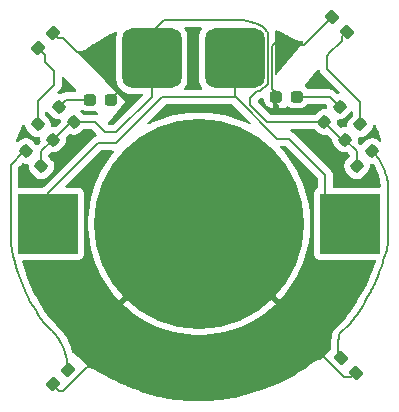
<source format=gbr>
%TF.GenerationSoftware,KiCad,Pcbnew,9.0.6*%
%TF.CreationDate,2025-12-04T01:13:43+01:00*%
%TF.ProjectId,knit_yarn_badge_v2,6b6e6974-5f79-4617-926e-5f6261646765,rev?*%
%TF.SameCoordinates,Original*%
%TF.FileFunction,Copper,L2,Bot*%
%TF.FilePolarity,Positive*%
%FSLAX46Y46*%
G04 Gerber Fmt 4.6, Leading zero omitted, Abs format (unit mm)*
G04 Created by KiCad (PCBNEW 9.0.6) date 2025-12-04 01:13:43*
%MOMM*%
%LPD*%
G01*
G04 APERTURE LIST*
G04 Aperture macros list*
%AMRoundRect*
0 Rectangle with rounded corners*
0 $1 Rounding radius*
0 $2 $3 $4 $5 $6 $7 $8 $9 X,Y pos of 4 corners*
0 Add a 4 corners polygon primitive as box body*
4,1,4,$2,$3,$4,$5,$6,$7,$8,$9,$2,$3,0*
0 Add four circle primitives for the rounded corners*
1,1,$1+$1,$2,$3*
1,1,$1+$1,$4,$5*
1,1,$1+$1,$6,$7*
1,1,$1+$1,$8,$9*
0 Add four rect primitives between the rounded corners*
20,1,$1+$1,$2,$3,$4,$5,0*
20,1,$1+$1,$4,$5,$6,$7,0*
20,1,$1+$1,$6,$7,$8,$9,0*
20,1,$1+$1,$8,$9,$2,$3,0*%
G04 Aperture macros list end*
%TA.AperFunction,SMDPad,CuDef*%
%ADD10RoundRect,0.750000X1.750000X1.750000X-1.750000X1.750000X-1.750000X-1.750000X1.750000X-1.750000X0*%
%TD*%
%TA.AperFunction,SMDPad,CuDef*%
%ADD11RoundRect,0.237500X0.344715X-0.008839X-0.008839X0.344715X-0.344715X0.008839X0.008839X-0.344715X0*%
%TD*%
%TA.AperFunction,SMDPad,CuDef*%
%ADD12RoundRect,0.237500X-0.287500X-0.237500X0.287500X-0.237500X0.287500X0.237500X-0.287500X0.237500X0*%
%TD*%
%TA.AperFunction,SMDPad,CuDef*%
%ADD13RoundRect,0.237500X0.035355X0.371231X-0.371231X-0.035355X-0.035355X-0.371231X0.371231X0.035355X0*%
%TD*%
%TA.AperFunction,SMDPad,CuDef*%
%ADD14RoundRect,0.237500X-0.008839X-0.344715X0.344715X0.008839X0.008839X0.344715X-0.344715X-0.008839X0*%
%TD*%
%TA.AperFunction,SMDPad,CuDef*%
%ADD15RoundRect,0.237500X0.371231X-0.035355X-0.035355X0.371231X-0.371231X0.035355X0.035355X-0.371231X0*%
%TD*%
%TA.AperFunction,SMDPad,CuDef*%
%ADD16RoundRect,0.237500X-0.371231X0.035355X0.035355X-0.371231X0.371231X-0.035355X-0.035355X0.371231X0*%
%TD*%
%TA.AperFunction,SMDPad,CuDef*%
%ADD17RoundRect,0.237500X-0.035355X-0.371231X0.371231X0.035355X0.035355X0.371231X-0.371231X-0.035355X0*%
%TD*%
%TA.AperFunction,SMDPad,CuDef*%
%ADD18RoundRect,0.237500X0.287500X0.237500X-0.287500X0.237500X-0.287500X-0.237500X0.287500X-0.237500X0*%
%TD*%
%TA.AperFunction,SMDPad,CuDef*%
%ADD19R,5.100000X5.100000*%
%TD*%
%TA.AperFunction,SMDPad,CuDef*%
%ADD20C,17.800000*%
%TD*%
%TA.AperFunction,ViaPad*%
%ADD21C,0.600000*%
%TD*%
%TA.AperFunction,Conductor*%
%ADD22C,0.200000*%
%TD*%
G04 APERTURE END LIST*
D10*
%TO.P,SW1,1,A*%
%TO.N,Net-(BT1-+)*%
X103000000Y-77000000D03*
%TO.P,SW1,2,B*%
%TO.N,+3V0*%
X96000000Y-77000000D03*
%TD*%
D11*
%TO.P,R4,1*%
%TO.N,+3V0*%
X87645235Y-83895235D03*
%TO.P,R4,2*%
%TO.N,Net-(D4-A)*%
X86354765Y-82604765D03*
%TD*%
D12*
%TO.P,D5,1,K*%
%TO.N,GND*%
X106500000Y-80250000D03*
%TO.P,D5,2,A*%
%TO.N,Net-(D5-A)*%
X108250000Y-80250000D03*
%TD*%
D11*
%TO.P,R6,1*%
%TO.N,+3V0*%
X89395235Y-82395235D03*
%TO.P,R6,2*%
%TO.N,Net-(D6-A)*%
X88104765Y-81104765D03*
%TD*%
D13*
%TO.P,D4,1,K*%
%TO.N,GND*%
X87618718Y-74881282D03*
%TO.P,D4,2,A*%
%TO.N,Net-(D4-A)*%
X86381282Y-76118718D03*
%TD*%
D14*
%TO.P,R3,1*%
%TO.N,+3V0*%
X112354765Y-83895235D03*
%TO.P,R3,2*%
%TO.N,Net-(D3-A)*%
X113645235Y-82604765D03*
%TD*%
D15*
%TO.P,D1,1,K*%
%TO.N,GND*%
X113243718Y-103618718D03*
%TO.P,D1,2,A*%
%TO.N,Net-(D1-A)*%
X112006282Y-102381282D03*
%TD*%
D11*
%TO.P,R2,1*%
%TO.N,+3V0*%
X86645235Y-86145235D03*
%TO.P,R2,2*%
%TO.N,Net-(D2-A)*%
X85354765Y-84854765D03*
%TD*%
D14*
%TO.P,R5,1*%
%TO.N,+3V0*%
X110604765Y-82395235D03*
%TO.P,R5,2*%
%TO.N,Net-(D5-A)*%
X111895235Y-81104765D03*
%TD*%
D16*
%TO.P,D3,1,K*%
%TO.N,GND*%
X111262564Y-73512564D03*
%TO.P,D3,2,A*%
%TO.N,Net-(D3-A)*%
X112500000Y-74750000D03*
%TD*%
D17*
%TO.P,D2,1,K*%
%TO.N,GND*%
X87631282Y-104618718D03*
%TO.P,D2,2,A*%
%TO.N,Net-(D2-A)*%
X88868718Y-103381282D03*
%TD*%
D18*
%TO.P,D6,1,K*%
%TO.N,GND*%
X92500000Y-80500000D03*
%TO.P,D6,2,A*%
%TO.N,Net-(D6-A)*%
X90750000Y-80500000D03*
%TD*%
D19*
%TO.P,BT1,1,+*%
%TO.N,Net-(BT1-+)*%
X87200000Y-91000000D03*
X112800000Y-91000000D03*
D20*
%TO.P,BT1,2,-*%
%TO.N,GND*%
X100000000Y-91000000D03*
%TD*%
D14*
%TO.P,R1,1*%
%TO.N,+3V0*%
X113354765Y-86145235D03*
%TO.P,R1,2*%
%TO.N,Net-(D1-A)*%
X114645235Y-84854765D03*
%TD*%
D21*
%TO.N,GND*%
X91700000Y-103300000D03*
X108000000Y-75900000D03*
X91220576Y-76077907D03*
X92200000Y-75500000D03*
X106900000Y-75300000D03*
X109500000Y-102500000D03*
%TD*%
D22*
%TO.N,+3V0*%
X104350000Y-80350000D02*
X104899000Y-79801000D01*
X104960002Y-74127515D02*
X104670034Y-74036559D01*
X105315828Y-74250000D02*
X105236340Y-74250000D01*
X96000000Y-80250000D02*
X96000000Y-77000000D01*
X104034560Y-73863657D02*
X103688471Y-73784005D01*
X86645235Y-84895235D02*
X87645235Y-83895235D01*
X93000000Y-83250000D02*
X96000000Y-80250000D01*
X110604765Y-82395235D02*
X112104765Y-83895235D01*
X103520039Y-73750000D02*
X97000000Y-73750000D01*
X89395235Y-82395235D02*
X91145235Y-82395235D01*
X105700000Y-74713660D02*
X105700000Y-74634172D01*
X105192821Y-74206481D02*
X105170788Y-74199000D01*
X104670034Y-74036559D02*
X104361131Y-73948066D01*
X105801000Y-74814660D02*
X105700000Y-74713660D01*
X104350000Y-80982900D02*
X104350000Y-80350000D01*
X96000000Y-78750000D02*
X96000000Y-77000000D01*
X105700000Y-74634172D02*
X105315828Y-74250000D01*
X105031487Y-74199000D02*
X104960002Y-74127515D01*
X97000000Y-73750000D02*
X96000000Y-74750000D01*
X91145235Y-82395235D02*
X92000000Y-83250000D01*
X96000000Y-74750000D02*
X96000000Y-77000000D01*
X105762335Y-82395235D02*
X104350000Y-80982900D01*
X112104765Y-83895235D02*
X112354765Y-83895235D01*
X105801000Y-79185340D02*
X105801000Y-74814660D01*
X105170788Y-74199000D02*
X105031487Y-74199000D01*
X105185340Y-79801000D02*
X105801000Y-79185340D01*
X104899000Y-79801000D02*
X105185340Y-79801000D01*
X92000000Y-83250000D02*
X93000000Y-83250000D01*
X113354765Y-86145235D02*
X113354765Y-84895235D01*
X110604765Y-82395235D02*
X105762335Y-82395235D01*
X103688471Y-73784005D02*
X103520039Y-73750000D01*
X87645235Y-83895235D02*
X89145235Y-82395235D01*
X105236340Y-74250000D02*
X105192821Y-74206481D01*
X104361131Y-73948066D02*
X104034560Y-73863657D01*
X113354765Y-84895235D02*
X112354765Y-83895235D01*
X89145235Y-82395235D02*
X89395235Y-82395235D01*
X86645235Y-86145235D02*
X86645235Y-84895235D01*
%TO.N,GND*%
X106200000Y-79600000D02*
X106202000Y-79598000D01*
X109500000Y-102500000D02*
X109600000Y-102500000D01*
X112870452Y-103991984D02*
X113243718Y-103618718D01*
X91700000Y-103300000D02*
X91400000Y-103300000D01*
X109600000Y-102500000D02*
X109800000Y-102300000D01*
X108875128Y-75900000D02*
X108000000Y-75900000D01*
X88499476Y-105161839D02*
X88174403Y-105161839D01*
X106202000Y-75998000D02*
X106900000Y-75300000D01*
X112305796Y-103991984D02*
X112870452Y-103991984D01*
X111262564Y-73512564D02*
X108875128Y-75900000D01*
X88174403Y-105161839D02*
X87631282Y-104618718D01*
X91400000Y-103300000D02*
X91283541Y-103183541D01*
X88037436Y-75300000D02*
X87618718Y-74881282D01*
X106500000Y-79900000D02*
X106200000Y-79600000D01*
X92200000Y-79000000D02*
X93100000Y-79900000D01*
X88488205Y-75300000D02*
X88037436Y-75300000D01*
X110613812Y-102300000D02*
X112305796Y-103991984D01*
X92200000Y-75500000D02*
X92200000Y-79000000D01*
X89661032Y-76472827D02*
X88488205Y-75300000D01*
X106202000Y-79598000D02*
X106202000Y-75998000D01*
X91220576Y-76077907D02*
X90825656Y-76472827D01*
X109800000Y-102300000D02*
X110613812Y-102300000D01*
X90477774Y-103183541D02*
X88499476Y-105161839D01*
X106500000Y-80250000D02*
X106500000Y-79900000D01*
X93100000Y-79900000D02*
X92500000Y-80500000D01*
X90825656Y-76472827D02*
X89661032Y-76472827D01*
X91283541Y-103183541D02*
X90477774Y-103183541D01*
%TO.N,Net-(D1-A)*%
X114166589Y-97414858D02*
X114007360Y-97679793D01*
X114813820Y-96234438D02*
X114764360Y-96338694D01*
X111800626Y-102057532D02*
X111833504Y-102136916D01*
X114861812Y-96128785D02*
X114813820Y-96234438D01*
X115975828Y-87648253D02*
X115991620Y-87838808D01*
X114645235Y-84854765D02*
X114712488Y-84922717D01*
X115808564Y-93468046D02*
X115746202Y-93687656D01*
X115298699Y-85675879D02*
X115396577Y-85840137D01*
X113344646Y-98713669D02*
X113179655Y-98950866D01*
X113844285Y-97945631D02*
X113678768Y-98208581D01*
X115717876Y-86533310D02*
X115779962Y-86714158D01*
X111870962Y-100416247D02*
X111830872Y-100659060D01*
X112873379Y-99375005D02*
X112868670Y-99381330D01*
X113021182Y-99172686D02*
X112873379Y-99375005D01*
X114712095Y-96444273D02*
X114655840Y-96553581D01*
X115083011Y-85360191D02*
X115194118Y-85515806D01*
X112868670Y-99381330D02*
X111870962Y-100379038D01*
X115541227Y-94337927D02*
X115395872Y-94756480D01*
X114712488Y-84922717D02*
X114841990Y-85063393D01*
X115779962Y-86714158D02*
X115834522Y-86897417D01*
X114655840Y-96553581D02*
X114595522Y-96666974D01*
X111775686Y-101975308D02*
X111800626Y-102057532D01*
X115746202Y-93687656D02*
X115680525Y-93906293D01*
X111833504Y-102136916D02*
X111874005Y-102212695D01*
X111830872Y-100659060D02*
X111798749Y-100903055D01*
X116000000Y-88125457D02*
X116000000Y-92678229D01*
X114531351Y-96784321D02*
X114464361Y-96904012D01*
X114965568Y-85209301D02*
X115083011Y-85360191D01*
X115395872Y-94756480D02*
X115254053Y-95143558D01*
X115254053Y-95143558D02*
X115123354Y-95486914D01*
X111750508Y-101805525D02*
X111758927Y-101891035D01*
X114841990Y-85063393D02*
X114965568Y-85209301D01*
X113511909Y-98465388D02*
X113344646Y-98713669D01*
X115881462Y-87082774D02*
X115920702Y-87269912D01*
X113678768Y-98208581D02*
X113511909Y-98465388D01*
X111758927Y-101891035D02*
X111775686Y-101975308D01*
X115991620Y-87838808D02*
X115999523Y-88029853D01*
X111758528Y-101393544D02*
X111750475Y-101639513D01*
X111750475Y-101639513D02*
X111750000Y-101762563D01*
X115487582Y-86008299D02*
X115571561Y-86180079D01*
X114909730Y-96018793D02*
X114861812Y-96128785D01*
X115194118Y-85515806D02*
X115298699Y-85675879D01*
X115920702Y-87269912D02*
X115952176Y-87458513D01*
X115571561Y-86180079D02*
X115648369Y-86355182D01*
X114007360Y-97679793D02*
X113844285Y-97945631D01*
X115680525Y-93906293D02*
X115611758Y-94124006D01*
X115985540Y-92746958D02*
X115982258Y-92750240D01*
X115922466Y-93026093D02*
X115867393Y-93247497D01*
X115648369Y-86355182D02*
X115717876Y-86533310D01*
X116000000Y-92678229D02*
X115985540Y-92746958D01*
X115009580Y-95776827D02*
X114958691Y-95902078D01*
X111921740Y-102284139D02*
X111976247Y-102350560D01*
X115867393Y-93247497D02*
X115808564Y-93468046D01*
X111750000Y-101762563D02*
X111750508Y-101805525D01*
X114464361Y-96904012D02*
X114319825Y-97155286D01*
X115123354Y-95486914D02*
X115009580Y-95776827D01*
X115952176Y-87458513D02*
X115975828Y-87648253D01*
X111798749Y-100903055D02*
X111774625Y-101147971D01*
X115982258Y-92750240D02*
X115982258Y-92762558D01*
X114764360Y-96338694D02*
X114712095Y-96444273D01*
X115396577Y-85840137D02*
X115487582Y-86008299D01*
X111874005Y-102212695D02*
X111921740Y-102284139D01*
X113179655Y-98950866D02*
X113021182Y-99172686D01*
X115973550Y-92803947D02*
X115922466Y-93026093D01*
X114595522Y-96666974D02*
X114531351Y-96784321D01*
X115834522Y-86897417D02*
X115881462Y-87082774D01*
X111976247Y-102350560D02*
X112006282Y-102381282D01*
X111870962Y-100379038D02*
X111870962Y-100416247D01*
X115999523Y-88029853D02*
X116000000Y-88125457D01*
X115611758Y-94124006D02*
X115541227Y-94337927D01*
X111774625Y-101147971D02*
X111758528Y-101393544D01*
X115982258Y-92762558D02*
X115973550Y-92803947D01*
X114958691Y-95902078D02*
X114909730Y-96018793D01*
X114319825Y-97155286D02*
X114166589Y-97414858D01*
%TO.N,Net-(D2-A)*%
X85515024Y-97227939D02*
X85716539Y-97608209D01*
X85253841Y-84862852D02*
X85210493Y-84876928D01*
X86878764Y-99378764D02*
X87500000Y-100000000D01*
X84047124Y-86009695D02*
X84047123Y-92710681D01*
X84157403Y-93255525D02*
X84268897Y-93741957D01*
X85169880Y-84897611D02*
X85133003Y-84924393D01*
X88868718Y-103304378D02*
X88868718Y-103381282D01*
X86157062Y-98347326D02*
X86273660Y-98525916D01*
X85324757Y-96837947D02*
X85515024Y-97227939D01*
X85321645Y-84855286D02*
X85298857Y-84855729D01*
X86393444Y-98703592D02*
X86641882Y-99057066D01*
X84815975Y-95595830D02*
X84975764Y-96023301D01*
X85716539Y-97608209D02*
X85929914Y-97980186D01*
X86273660Y-98525916D02*
X86393444Y-98703592D01*
X86641882Y-99057066D02*
X86878764Y-99378764D01*
X85145178Y-96436854D02*
X85324757Y-96837947D01*
X84523589Y-94694562D02*
X84665366Y-95153169D01*
X84391205Y-94222950D02*
X84523589Y-94694562D01*
X85133003Y-84924393D02*
X85116601Y-84940218D01*
X85354765Y-84854765D02*
X85321645Y-84855286D01*
X84268897Y-93741957D02*
X84391205Y-94222950D01*
X84047123Y-92710681D02*
X84057394Y-92767468D01*
X84057394Y-92767468D02*
X84157403Y-93255525D01*
X84665366Y-95153169D02*
X84815975Y-95595830D01*
X85298857Y-84855729D02*
X85253841Y-84862852D01*
X84975764Y-96023301D02*
X85145178Y-96436854D01*
X85929914Y-97980186D02*
X86157062Y-98347326D01*
X85210493Y-84876928D02*
X85169880Y-84897611D01*
X85116601Y-84940218D02*
X84047124Y-86009695D01*
X87500000Y-100000000D02*
G75*
G02*
X88868727Y-103304378I-3304400J-3304400D01*
G01*
%TO.N,Net-(D3-A)*%
X110800000Y-77900000D02*
X110800000Y-76849701D01*
X112100000Y-75150000D02*
X112500000Y-74750000D01*
X113645235Y-82604765D02*
X113750000Y-82500000D01*
X110948883Y-76666171D02*
X112100000Y-75515054D01*
X113645235Y-82604765D02*
X113645235Y-80745235D01*
X112100000Y-75515054D02*
X112100000Y-75150000D01*
X110800000Y-76849701D02*
X110948883Y-76700818D01*
X113645235Y-80745235D02*
X110800000Y-77900000D01*
X110948883Y-76700818D02*
X110948883Y-76666171D01*
%TO.N,Net-(D4-A)*%
X87750000Y-79250000D02*
X86354765Y-80645235D01*
X86992358Y-76729794D02*
X86992358Y-77334443D01*
X86354765Y-80645235D02*
X86354765Y-82604765D01*
X86992358Y-77334443D02*
X87750000Y-78092085D01*
X87750000Y-78092085D02*
X87750000Y-79250000D01*
X86381282Y-76118718D02*
X86992358Y-76729794D01*
%TO.N,Net-(BT1-+)*%
X103100000Y-80300000D02*
X103000000Y-80200000D01*
X91400000Y-84200000D02*
X93000000Y-84200000D01*
X110700000Y-86900000D02*
X107600000Y-83800000D01*
X103000000Y-80200000D02*
X103000000Y-77000000D01*
X93000000Y-84200000D02*
X96900000Y-80300000D01*
X96900000Y-80300000D02*
X103100000Y-80300000D01*
X112800000Y-91000000D02*
X110700000Y-88900000D01*
X110700000Y-88900000D02*
X110700000Y-86900000D01*
X87200000Y-91000000D02*
X87200000Y-88400000D01*
X107600000Y-83800000D02*
X106600000Y-83800000D01*
X106600000Y-83800000D02*
X103100000Y-80300000D01*
X87200000Y-88400000D02*
X91400000Y-84200000D01*
%TO.N,Net-(D5-A)*%
X111895235Y-81104765D02*
X111040470Y-80250000D01*
X111040470Y-80250000D02*
X108250000Y-80250000D01*
%TO.N,Net-(D6-A)*%
X88104765Y-81104765D02*
X88709530Y-80500000D01*
X88709530Y-80500000D02*
X90750000Y-80500000D01*
%TD*%
%TA.AperFunction,Conductor*%
%TO.N,GND*%
G36*
X107366942Y-84420185D02*
G01*
X107387584Y-84436819D01*
X110063181Y-87112416D01*
X110096666Y-87173739D01*
X110099500Y-87200097D01*
X110099500Y-87885858D01*
X110079815Y-87952897D01*
X110027011Y-87998652D01*
X110018847Y-88002034D01*
X110007669Y-88006204D01*
X110007664Y-88006206D01*
X109892455Y-88092452D01*
X109892452Y-88092455D01*
X109806206Y-88207664D01*
X109806202Y-88207671D01*
X109755908Y-88342517D01*
X109753335Y-88366454D01*
X109749501Y-88402123D01*
X109749500Y-88402135D01*
X109749500Y-93597870D01*
X109749501Y-93597876D01*
X109755908Y-93657483D01*
X109806202Y-93792328D01*
X109806206Y-93792335D01*
X109892452Y-93907544D01*
X109892455Y-93907547D01*
X110007664Y-93993793D01*
X110007671Y-93993797D01*
X110142517Y-94044091D01*
X110142516Y-94044091D01*
X110149444Y-94044835D01*
X110202127Y-94050500D01*
X114831036Y-94050499D01*
X114898075Y-94070184D01*
X114943830Y-94122988D01*
X114953774Y-94192146D01*
X114948173Y-94215179D01*
X114830623Y-94553666D01*
X114829917Y-94555645D01*
X114691777Y-94932680D01*
X114691234Y-94934134D01*
X114563410Y-95269939D01*
X114562962Y-95271099D01*
X114452145Y-95553476D01*
X114451635Y-95554754D01*
X114403893Y-95672257D01*
X114403360Y-95673548D01*
X114357894Y-95781932D01*
X114357227Y-95783490D01*
X114313545Y-95883758D01*
X114312764Y-95885515D01*
X114269558Y-95980634D01*
X114268691Y-95982501D01*
X114224416Y-96075828D01*
X114223513Y-96077692D01*
X114176422Y-96172818D01*
X114175548Y-96174548D01*
X114124121Y-96274474D01*
X114123341Y-96275964D01*
X114067342Y-96381239D01*
X114066662Y-96382500D01*
X114006205Y-96493056D01*
X114005615Y-96494123D01*
X113942448Y-96606984D01*
X113941729Y-96608251D01*
X113801336Y-96852322D01*
X113800631Y-96853532D01*
X113650947Y-97107086D01*
X113650467Y-97107891D01*
X113634377Y-97134665D01*
X113494349Y-97367652D01*
X113493764Y-97368614D01*
X113334585Y-97628100D01*
X113333829Y-97629317D01*
X113173325Y-97884303D01*
X113172363Y-97885807D01*
X113011645Y-98133161D01*
X113010506Y-98134882D01*
X112849659Y-98373641D01*
X112848614Y-98375168D01*
X112689286Y-98604222D01*
X112688388Y-98605496D01*
X112534804Y-98820475D01*
X112534034Y-98821540D01*
X112417179Y-98981496D01*
X112404733Y-98996030D01*
X111502248Y-99898516D01*
X111390443Y-100010320D01*
X111390439Y-100010325D01*
X111343642Y-100091382D01*
X111343642Y-100091383D01*
X111311385Y-100147252D01*
X111311385Y-100147253D01*
X111270461Y-100299981D01*
X111270461Y-100299983D01*
X111270461Y-100356843D01*
X111268804Y-100377044D01*
X111251967Y-100479014D01*
X111247588Y-100494355D01*
X111247932Y-100494448D01*
X111245830Y-100502293D01*
X111237056Y-100568923D01*
X111236461Y-100572930D01*
X111225514Y-100639240D01*
X111225248Y-100647365D01*
X111224892Y-100647353D01*
X111224630Y-100663307D01*
X111214264Y-100742042D01*
X111210389Y-100757518D01*
X111210736Y-100757599D01*
X111208890Y-100765515D01*
X111202300Y-100832398D01*
X111202301Y-100832399D01*
X111202101Y-100834428D01*
X111193067Y-100903054D01*
X111194368Y-100912938D01*
X111192970Y-100927137D01*
X111192970Y-100927138D01*
X111185186Y-101006166D01*
X111181817Y-101021765D01*
X111182167Y-101021835D01*
X111180581Y-101029807D01*
X111176187Y-101096836D01*
X111175856Y-101100876D01*
X111169267Y-101167781D01*
X111169533Y-101175907D01*
X111169177Y-101175918D01*
X111169959Y-101191860D01*
X111164764Y-101271103D01*
X111161908Y-101286802D01*
X111162260Y-101286861D01*
X111160937Y-101294874D01*
X111158737Y-101362035D01*
X111158538Y-101366083D01*
X111154143Y-101433154D01*
X111154674Y-101441260D01*
X111154317Y-101441283D01*
X111155622Y-101457191D01*
X111153069Y-101535153D01*
X111150837Y-101550016D01*
X111151376Y-101550089D01*
X111150284Y-101558142D01*
X111150019Y-101626729D01*
X111149954Y-101630303D01*
X111149346Y-101648890D01*
X111127480Y-101715250D01*
X111107793Y-101737515D01*
X110221065Y-102525719D01*
X110157882Y-102555545D01*
X110143664Y-102556940D01*
X110132246Y-102557398D01*
X110119348Y-102558653D01*
X110119317Y-102558339D01*
X110110272Y-102559224D01*
X110110328Y-102559792D01*
X110100919Y-102560719D01*
X110094753Y-102561887D01*
X110088198Y-102562845D01*
X110083301Y-102563035D01*
X110080078Y-102564033D01*
X110070827Y-102565386D01*
X110066994Y-102565969D01*
X110065367Y-102566440D01*
X110044207Y-102570607D01*
X110041209Y-102570930D01*
X110038030Y-102571701D01*
X110034808Y-102572747D01*
X110034391Y-102572775D01*
X110027565Y-102575099D01*
X110026674Y-102575389D01*
X110026100Y-102575405D01*
X110009507Y-102579636D01*
X110001645Y-102580995D01*
X110001639Y-102580996D01*
X110001638Y-102580997D01*
X110001636Y-102580997D01*
X109998800Y-102581881D01*
X109984753Y-102587053D01*
X109977039Y-102589211D01*
X109975964Y-102589367D01*
X109974994Y-102589783D01*
X109967050Y-102592006D01*
X109966588Y-102592000D01*
X109960680Y-102594224D01*
X109955551Y-102596572D01*
X109950317Y-102598587D01*
X109949482Y-102598736D01*
X109947381Y-102599718D01*
X109943329Y-102601279D01*
X109941982Y-102601389D01*
X109933248Y-102604673D01*
X109930967Y-102605333D01*
X109929267Y-102606076D01*
X109926142Y-102607801D01*
X109922276Y-102609740D01*
X109906676Y-102616274D01*
X109899694Y-102618652D01*
X109896261Y-102620350D01*
X109887153Y-102625554D01*
X109882737Y-102627678D01*
X109870711Y-102632337D01*
X109866207Y-102635628D01*
X109855958Y-102640559D01*
X109855092Y-102640701D01*
X109847275Y-102644636D01*
X109843774Y-102646140D01*
X109836792Y-102650293D01*
X109836494Y-102649792D01*
X109824460Y-102657206D01*
X109818372Y-102660053D01*
X109811518Y-102664431D01*
X109811382Y-102664219D01*
X109807222Y-102667159D01*
X109803653Y-102669258D01*
X109794315Y-102673944D01*
X109791636Y-102676325D01*
X109787705Y-102678637D01*
X109787268Y-102678779D01*
X109785295Y-102680054D01*
X109781917Y-102682042D01*
X109781355Y-102682183D01*
X109777318Y-102684617D01*
X109771209Y-102687868D01*
X109767381Y-102690601D01*
X109755881Y-102697891D01*
X109748786Y-102701859D01*
X109746487Y-102703574D01*
X109739688Y-102708299D01*
X109737287Y-102709851D01*
X109726799Y-102715969D01*
X109724967Y-102717816D01*
X109717174Y-102722855D01*
X109716679Y-102723001D01*
X109714003Y-102724838D01*
X109704755Y-102730428D01*
X109698690Y-102734940D01*
X109697011Y-102736100D01*
X109692124Y-102739308D01*
X109683198Y-102744871D01*
X109681532Y-102746242D01*
X109670154Y-102754559D01*
X109651132Y-102766868D01*
X109647300Y-102769129D01*
X109646574Y-102769650D01*
X109641708Y-102772967D01*
X109639769Y-102774221D01*
X109634961Y-102777981D01*
X109618683Y-102789661D01*
X109615586Y-102791813D01*
X109594062Y-102806286D01*
X109583123Y-102814844D01*
X109545208Y-102841060D01*
X109543395Y-102842702D01*
X109532467Y-102851522D01*
X109431635Y-102923871D01*
X109424182Y-102929218D01*
X109422945Y-102929693D01*
X109370792Y-102967525D01*
X109370504Y-102967733D01*
X109370474Y-102967755D01*
X109314356Y-103008022D01*
X109309922Y-103011684D01*
X109095534Y-103167211D01*
X109094895Y-103167672D01*
X108946534Y-103273867D01*
X108945657Y-103274489D01*
X108792560Y-103382080D01*
X108791380Y-103382899D01*
X108709937Y-103438681D01*
X108636776Y-103488790D01*
X108635133Y-103489895D01*
X108481711Y-103591415D01*
X108479636Y-103592759D01*
X108328489Y-103688497D01*
X108326294Y-103689856D01*
X108175900Y-103780786D01*
X108173724Y-103782071D01*
X108022384Y-103869411D01*
X108020322Y-103870574D01*
X107910300Y-103931246D01*
X107866658Y-103955312D01*
X107864684Y-103956377D01*
X107707291Y-104039494D01*
X107705493Y-104040425D01*
X107543111Y-104122813D01*
X107541526Y-104123603D01*
X107372645Y-104206277D01*
X107371295Y-104206928D01*
X107195104Y-104290556D01*
X107193949Y-104291097D01*
X107009793Y-104376197D01*
X107008632Y-104376726D01*
X106816850Y-104462967D01*
X106815642Y-104463503D01*
X106615854Y-104550795D01*
X106614602Y-104551333D01*
X106406512Y-104639543D01*
X106405228Y-104640079D01*
X106188249Y-104729198D01*
X106186939Y-104729727D01*
X105960891Y-104819574D01*
X105959564Y-104820093D01*
X105723944Y-104910624D01*
X105722602Y-104911131D01*
X105476924Y-105002278D01*
X105475573Y-105002770D01*
X105220167Y-105094171D01*
X105218792Y-105094654D01*
X104954904Y-105185608D01*
X104953478Y-105186090D01*
X104683294Y-105275558D01*
X104681790Y-105276045D01*
X104406892Y-105363201D01*
X104405387Y-105363667D01*
X104128015Y-105447479D01*
X104126304Y-105447983D01*
X103848328Y-105527548D01*
X103846413Y-105528079D01*
X103569997Y-105602426D01*
X103567868Y-105602979D01*
X103294745Y-105671269D01*
X103292365Y-105671839D01*
X103023893Y-105733363D01*
X103021306Y-105733927D01*
X102755798Y-105788833D01*
X102753059Y-105789367D01*
X102488447Y-105837905D01*
X102485613Y-105838391D01*
X102219629Y-105880831D01*
X102216761Y-105881254D01*
X101947182Y-105917828D01*
X101944341Y-105918180D01*
X101669064Y-105949072D01*
X101666309Y-105949350D01*
X101382883Y-105974764D01*
X101380264Y-105974971D01*
X101086827Y-105995025D01*
X101084387Y-105995168D01*
X100779543Y-106009974D01*
X100777288Y-106010063D01*
X100462860Y-106019602D01*
X100460736Y-106019648D01*
X100139631Y-106023885D01*
X100137585Y-106023895D01*
X99812619Y-106022821D01*
X99810604Y-106022798D01*
X99484378Y-106016418D01*
X99482350Y-106016362D01*
X99157716Y-106004697D01*
X99155630Y-106004604D01*
X98835375Y-105987692D01*
X98833183Y-105987557D01*
X98519986Y-105965449D01*
X98517635Y-105965261D01*
X98213541Y-105937974D01*
X98211023Y-105937722D01*
X97915374Y-105905100D01*
X97912719Y-105904778D01*
X97623814Y-105866576D01*
X97621051Y-105866179D01*
X97337476Y-105822166D01*
X97334649Y-105821694D01*
X97054694Y-105771592D01*
X97051845Y-105771047D01*
X96773986Y-105714581D01*
X96771157Y-105713972D01*
X96493773Y-105650830D01*
X96491013Y-105650168D01*
X96212431Y-105580008D01*
X96209821Y-105579320D01*
X96030842Y-105530030D01*
X95928815Y-105501932D01*
X95926368Y-105501231D01*
X95643487Y-105417042D01*
X95641217Y-105416343D01*
X95357613Y-105325989D01*
X95355490Y-105325291D01*
X95072555Y-105229500D01*
X95070551Y-105228803D01*
X94789345Y-105128202D01*
X94787437Y-105127502D01*
X94509296Y-105022826D01*
X94507463Y-105022119D01*
X94271019Y-104928833D01*
X94233657Y-104914092D01*
X94231895Y-104913381D01*
X94226441Y-104911131D01*
X94023134Y-104827256D01*
X93963464Y-104802639D01*
X93961739Y-104801912D01*
X93699689Y-104689144D01*
X93698097Y-104688446D01*
X93443689Y-104574714D01*
X93442234Y-104574052D01*
X93197054Y-104460631D01*
X93195761Y-104460024D01*
X92962784Y-104348848D01*
X92960983Y-104347971D01*
X92559077Y-104148133D01*
X92529368Y-104133361D01*
X92527189Y-104132250D01*
X92158447Y-103939699D01*
X92156886Y-103938870D01*
X92029464Y-103870003D01*
X92001600Y-103854943D01*
X92000611Y-103854403D01*
X91979420Y-103842689D01*
X91862969Y-103778315D01*
X91861466Y-103777470D01*
X91631405Y-103646012D01*
X91629438Y-103644864D01*
X91457189Y-103542199D01*
X91455755Y-103541331D01*
X91340963Y-103470791D01*
X91329325Y-103462688D01*
X91327684Y-103461400D01*
X91327679Y-103461397D01*
X91327678Y-103461396D01*
X91292211Y-103440394D01*
X91281327Y-103432103D01*
X91280916Y-103432661D01*
X91274375Y-103427830D01*
X91261804Y-103420877D01*
X91250308Y-103412667D01*
X91249974Y-103413151D01*
X91243289Y-103408535D01*
X91243287Y-103408534D01*
X91243286Y-103408533D01*
X91228851Y-103401137D01*
X91215096Y-103392079D01*
X91215055Y-103392145D01*
X91208175Y-103387828D01*
X91203492Y-103385684D01*
X91193250Y-103380995D01*
X91181700Y-103374953D01*
X91176965Y-103372149D01*
X91167578Y-103365952D01*
X91167302Y-103365801D01*
X91158043Y-103362205D01*
X91150158Y-103358824D01*
X91146484Y-103357096D01*
X91141009Y-103354068D01*
X91138972Y-103353562D01*
X91131502Y-103350048D01*
X91130133Y-103348835D01*
X91118849Y-103343172D01*
X91118809Y-103343147D01*
X91118800Y-103343143D01*
X91118654Y-103343099D01*
X91118003Y-103342900D01*
X91110873Y-103340696D01*
X91109471Y-103339978D01*
X91106441Y-103339326D01*
X91101213Y-103337711D01*
X91098966Y-103336221D01*
X91086212Y-103331987D01*
X91069694Y-103324425D01*
X91069117Y-103324195D01*
X91069103Y-103324238D01*
X91061420Y-103321598D01*
X91055184Y-103320334D01*
X91034944Y-103314400D01*
X91030374Y-103312625D01*
X91030359Y-103312622D01*
X91029349Y-103312512D01*
X91011299Y-103309176D01*
X91005633Y-103307687D01*
X90995274Y-103303892D01*
X90989061Y-103303334D01*
X90980633Y-103301121D01*
X90979510Y-103300936D01*
X90966050Y-103300499D01*
X90945445Y-103298093D01*
X90939199Y-103296827D01*
X90935526Y-103296024D01*
X90922938Y-103293072D01*
X90921536Y-103292954D01*
X90919376Y-103292738D01*
X90916848Y-103292690D01*
X90914053Y-103292498D01*
X90848520Y-103268266D01*
X90806492Y-103212450D01*
X90804723Y-103203978D01*
X90799999Y-103200000D01*
X90800000Y-103200000D01*
X90063318Y-102579636D01*
X89319597Y-101953344D01*
X89280997Y-101895104D01*
X89278901Y-101887461D01*
X89275142Y-101871804D01*
X89147084Y-101477687D01*
X88988499Y-101094831D01*
X88800364Y-100725598D01*
X88800361Y-100725592D01*
X88800354Y-100725581D01*
X88583846Y-100372273D01*
X88583842Y-100372268D01*
X88583840Y-100372264D01*
X88340262Y-100037007D01*
X88340257Y-100037000D01*
X88071129Y-99721894D01*
X87983204Y-99633970D01*
X87983204Y-99633969D01*
X87924617Y-99575382D01*
X87924618Y-99575382D01*
X87888332Y-99539097D01*
X87342058Y-98992823D01*
X87329888Y-98978667D01*
X87130163Y-98707429D01*
X87128565Y-98705207D01*
X87015363Y-98544145D01*
X86888768Y-98364027D01*
X86887450Y-98362113D01*
X86812879Y-98251502D01*
X86774566Y-98194672D01*
X86773553Y-98193145D01*
X86664702Y-98026422D01*
X86663083Y-98023874D01*
X86599945Y-97921824D01*
X86539161Y-97823579D01*
X93529972Y-97823579D01*
X93570793Y-97864400D01*
X94033514Y-98270196D01*
X94521774Y-98644851D01*
X95033486Y-98986766D01*
X95033511Y-98986782D01*
X95566496Y-99294501D01*
X96118472Y-99566705D01*
X96687067Y-99802225D01*
X96687078Y-99802229D01*
X97269852Y-100000055D01*
X97269860Y-100000057D01*
X97864345Y-100159349D01*
X97864363Y-100159353D01*
X98467952Y-100279414D01*
X98467963Y-100279416D01*
X99078139Y-100359747D01*
X99692287Y-100400000D01*
X100307713Y-100400000D01*
X100921860Y-100359747D01*
X101532036Y-100279416D01*
X101532047Y-100279414D01*
X102135636Y-100159353D01*
X102135654Y-100159349D01*
X102730139Y-100000057D01*
X102730147Y-100000055D01*
X103312921Y-99802229D01*
X103312932Y-99802225D01*
X103881527Y-99566705D01*
X104433503Y-99294501D01*
X104966488Y-98986782D01*
X104966513Y-98986766D01*
X105478225Y-98644851D01*
X105966485Y-98270196D01*
X106429207Y-97864400D01*
X106470027Y-97823579D01*
X100000000Y-91353553D01*
X93529972Y-97823579D01*
X86539161Y-97823579D01*
X86446906Y-97674467D01*
X86444797Y-97670928D01*
X86443310Y-97668335D01*
X86243441Y-97319905D01*
X86241462Y-97316316D01*
X86051285Y-96957441D01*
X86049419Y-96953773D01*
X86043015Y-96940647D01*
X85869678Y-96585355D01*
X85867948Y-96581655D01*
X85779057Y-96383116D01*
X85698009Y-96202093D01*
X85696448Y-96198451D01*
X85686656Y-96174548D01*
X85535715Y-95806087D01*
X85534314Y-95802507D01*
X85382235Y-95395664D01*
X85380994Y-95392188D01*
X85339586Y-95270485D01*
X85237140Y-94969382D01*
X85236066Y-94966073D01*
X85100107Y-94526285D01*
X85099189Y-94523173D01*
X85010721Y-94208011D01*
X85011555Y-94138147D01*
X85050029Y-94079824D01*
X85113926Y-94051559D01*
X85130107Y-94050499D01*
X89797871Y-94050499D01*
X89797872Y-94050499D01*
X89857483Y-94044091D01*
X89992331Y-93993796D01*
X90107546Y-93907546D01*
X90193796Y-93792331D01*
X90244091Y-93657483D01*
X90250500Y-93597873D01*
X90250499Y-88402128D01*
X90244091Y-88342517D01*
X90206084Y-88240616D01*
X90193797Y-88207671D01*
X90193793Y-88207664D01*
X90107547Y-88092455D01*
X90107544Y-88092452D01*
X89992335Y-88006206D01*
X89992328Y-88006202D01*
X89857482Y-87955908D01*
X89857483Y-87955908D01*
X89797883Y-87949501D01*
X89797881Y-87949500D01*
X89797873Y-87949500D01*
X89797865Y-87949500D01*
X88799096Y-87949500D01*
X88732057Y-87929815D01*
X88686302Y-87877011D01*
X88676358Y-87807853D01*
X88705383Y-87744297D01*
X88711415Y-87737819D01*
X90104390Y-86344845D01*
X91612416Y-84836819D01*
X91673739Y-84803334D01*
X91700097Y-84800500D01*
X92660478Y-84800500D01*
X92727517Y-84820185D01*
X92773272Y-84872989D01*
X92783216Y-84942147D01*
X92754191Y-85005703D01*
X92753706Y-85006259D01*
X92729803Y-85033514D01*
X92355148Y-85521774D01*
X92013233Y-86033486D01*
X92013217Y-86033511D01*
X91705498Y-86566496D01*
X91433294Y-87118472D01*
X91197774Y-87687067D01*
X91197770Y-87687078D01*
X90999944Y-88269852D01*
X90999942Y-88269860D01*
X90840650Y-88864345D01*
X90840646Y-88864363D01*
X90720585Y-89467952D01*
X90720583Y-89467963D01*
X90640252Y-90078139D01*
X90600000Y-90692287D01*
X90600000Y-91307712D01*
X90640252Y-91921860D01*
X90720583Y-92532036D01*
X90720585Y-92532047D01*
X90840646Y-93135636D01*
X90840650Y-93135654D01*
X90999942Y-93730139D01*
X90999944Y-93730147D01*
X91197770Y-94312921D01*
X91197774Y-94312932D01*
X91433294Y-94881527D01*
X91705498Y-95433503D01*
X92013217Y-95966488D01*
X92013233Y-95966513D01*
X92355148Y-96478225D01*
X92729803Y-96966485D01*
X93135606Y-97429214D01*
X93176419Y-97470027D01*
X99735542Y-90910904D01*
X99796865Y-90877419D01*
X99866557Y-90882403D01*
X99910904Y-90910904D01*
X99999999Y-90999999D01*
X100089094Y-90910904D01*
X100150417Y-90877419D01*
X100220109Y-90882403D01*
X100264457Y-90910904D01*
X106823579Y-97470027D01*
X106823580Y-97470027D01*
X106864400Y-97429207D01*
X107270196Y-96966485D01*
X107644851Y-96478225D01*
X107986766Y-95966513D01*
X107986782Y-95966488D01*
X108294501Y-95433503D01*
X108566705Y-94881527D01*
X108802225Y-94312932D01*
X108802229Y-94312921D01*
X109000055Y-93730147D01*
X109000057Y-93730139D01*
X109159349Y-93135654D01*
X109159353Y-93135636D01*
X109279414Y-92532047D01*
X109279416Y-92532036D01*
X109359747Y-91921860D01*
X109400000Y-91307712D01*
X109400000Y-90692287D01*
X109359747Y-90078139D01*
X109279416Y-89467963D01*
X109279414Y-89467952D01*
X109159353Y-88864363D01*
X109159349Y-88864345D01*
X109000057Y-88269860D01*
X109000055Y-88269852D01*
X108802229Y-87687078D01*
X108802225Y-87687067D01*
X108566705Y-87118472D01*
X108294501Y-86566496D01*
X107986782Y-86033511D01*
X107986766Y-86033486D01*
X107644851Y-85521774D01*
X107270196Y-85033514D01*
X106895503Y-84606259D01*
X106866100Y-84542877D01*
X106875632Y-84473661D01*
X106921072Y-84420585D01*
X106987993Y-84400502D01*
X106988731Y-84400500D01*
X107299903Y-84400500D01*
X107366942Y-84420185D01*
G37*
%TD.AperFunction*%
%TA.AperFunction,Conductor*%
G36*
X93011580Y-74760822D02*
G01*
X93050276Y-74818997D01*
X93052107Y-74886102D01*
X93009904Y-75053588D01*
X92999500Y-75185777D01*
X92999500Y-78814208D01*
X92999501Y-78814223D01*
X93009904Y-78946413D01*
X93009905Y-78946420D01*
X93064902Y-79164678D01*
X93064903Y-79164681D01*
X93157991Y-79369622D01*
X93157997Y-79369632D01*
X93286174Y-79554645D01*
X93286178Y-79554650D01*
X93286181Y-79554654D01*
X93445346Y-79713819D01*
X93445350Y-79713822D01*
X93445354Y-79713825D01*
X93558836Y-79792445D01*
X93630374Y-79842007D01*
X93835317Y-79935096D01*
X93835321Y-79935097D01*
X94053579Y-79990094D01*
X94053581Y-79990094D01*
X94053588Y-79990096D01*
X94185783Y-80000500D01*
X95100902Y-80000499D01*
X95167941Y-80020183D01*
X95213696Y-80072987D01*
X95223640Y-80142146D01*
X95194615Y-80205702D01*
X95188583Y-80212180D01*
X92787584Y-82613181D01*
X92726261Y-82646666D01*
X92699903Y-82649500D01*
X92391461Y-82649500D01*
X92324422Y-82629815D01*
X92278667Y-82577011D01*
X92268723Y-82507853D01*
X92297313Y-82444802D01*
X92673337Y-82006107D01*
X93750000Y-80750000D01*
X93749999Y-80749998D01*
X90454288Y-77271193D01*
X89788768Y-76568700D01*
X89776227Y-76544181D01*
X89760746Y-76521399D01*
X89760543Y-76513516D01*
X89756953Y-76506496D01*
X89759659Y-76479086D01*
X89758952Y-76451552D01*
X89763043Y-76444811D01*
X89763818Y-76436964D01*
X89780914Y-76415367D01*
X89795205Y-76391824D01*
X89802290Y-76388365D01*
X89807186Y-76382182D01*
X89833246Y-76373256D01*
X89857995Y-76361177D01*
X89868727Y-76361104D01*
X89873286Y-76359543D01*
X89893277Y-76360271D01*
X89901655Y-76361256D01*
X89903340Y-76361752D01*
X89906509Y-76361827D01*
X89912255Y-76362504D01*
X89913878Y-76363195D01*
X89916088Y-76363448D01*
X89920801Y-76363793D01*
X89920802Y-76363794D01*
X89920802Y-76363793D01*
X89926241Y-76364193D01*
X89931539Y-76364233D01*
X89941224Y-76364940D01*
X89944341Y-76365668D01*
X89949066Y-76365513D01*
X89955599Y-76365991D01*
X89957036Y-76366529D01*
X89960745Y-76366734D01*
X89963094Y-76366762D01*
X89963098Y-76366763D01*
X89963101Y-76366762D01*
X89968997Y-76366834D01*
X89971635Y-76366682D01*
X89982279Y-76366722D01*
X89984876Y-76367182D01*
X89989817Y-76366751D01*
X89995444Y-76366773D01*
X89996926Y-76367214D01*
X90005236Y-76367198D01*
X90005489Y-76367219D01*
X90005494Y-76367217D01*
X90011196Y-76366945D01*
X90013111Y-76366714D01*
X90022233Y-76366155D01*
X90024608Y-76366451D01*
X90030280Y-76365662D01*
X90035045Y-76365371D01*
X90036470Y-76365696D01*
X90045612Y-76365175D01*
X90047721Y-76365226D01*
X90047726Y-76365224D01*
X90053242Y-76364634D01*
X90053837Y-76364524D01*
X90061666Y-76363523D01*
X90063553Y-76363666D01*
X90069877Y-76362473D01*
X90073514Y-76362009D01*
X90074809Y-76362216D01*
X90085194Y-76361074D01*
X90089304Y-76360941D01*
X90089307Y-76360940D01*
X90089308Y-76360940D01*
X90096294Y-76359788D01*
X90100803Y-76359189D01*
X90101567Y-76359008D01*
X90101571Y-76359009D01*
X90106141Y-76357931D01*
X90123842Y-76355090D01*
X90130059Y-76354550D01*
X90130072Y-76354545D01*
X90132163Y-76354083D01*
X90137751Y-76352669D01*
X90138650Y-76352659D01*
X90146525Y-76350449D01*
X90148061Y-76350061D01*
X90148784Y-76350088D01*
X90161420Y-76347451D01*
X90169715Y-76346300D01*
X90169721Y-76346297D01*
X90170809Y-76345998D01*
X90171738Y-76345785D01*
X90173482Y-76345222D01*
X90173482Y-76345221D01*
X90174883Y-76344768D01*
X90174888Y-76344768D01*
X90182924Y-76342171D01*
X90198075Y-76338311D01*
X90208343Y-76336377D01*
X90208345Y-76336375D01*
X90208349Y-76336375D01*
X90210957Y-76335519D01*
X90215667Y-76333535D01*
X90219932Y-76331985D01*
X90233830Y-76327836D01*
X90245870Y-76325000D01*
X90245874Y-76324997D01*
X90245877Y-76324997D01*
X90248214Y-76324111D01*
X90255457Y-76320723D01*
X90256095Y-76320467D01*
X90268773Y-76316159D01*
X90282343Y-76312354D01*
X90282345Y-76312352D01*
X90282347Y-76312352D01*
X90287425Y-76310178D01*
X90295845Y-76306014D01*
X90299881Y-76304387D01*
X90317906Y-76298565D01*
X90321969Y-76295935D01*
X90328409Y-76292894D01*
X90334832Y-76290307D01*
X90335975Y-76290195D01*
X90338814Y-76288782D01*
X90345903Y-76286206D01*
X90347543Y-76285624D01*
X90352128Y-76284031D01*
X90359890Y-76279995D01*
X90360130Y-76280458D01*
X90372803Y-76273594D01*
X90378805Y-76271184D01*
X90380890Y-76270371D01*
X90385705Y-76268543D01*
X90386229Y-76268296D01*
X90386803Y-76267972D01*
X90386805Y-76267972D01*
X90386806Y-76267970D01*
X90393895Y-76263980D01*
X90394207Y-76264535D01*
X90406261Y-76257493D01*
X90420481Y-76251268D01*
X90420488Y-76251262D01*
X90422371Y-76250125D01*
X90445897Y-76239086D01*
X90452078Y-76236943D01*
X90469346Y-76225238D01*
X90475265Y-76221469D01*
X90479051Y-76219206D01*
X90486991Y-76215200D01*
X90489489Y-76212967D01*
X90498950Y-76207313D01*
X90499537Y-76207160D01*
X90504027Y-76204439D01*
X90520131Y-76195820D01*
X90532217Y-76184484D01*
X90547450Y-76172304D01*
X91759838Y-75350620D01*
X91764948Y-75347339D01*
X91971533Y-75221771D01*
X91974097Y-75220258D01*
X92201634Y-75089869D01*
X92204340Y-75088364D01*
X92425990Y-74968773D01*
X92446694Y-74957602D01*
X92449457Y-74956155D01*
X92706963Y-74825548D01*
X92709652Y-74824227D01*
X92878583Y-74743835D01*
X92947574Y-74732803D01*
X93011580Y-74760822D01*
G37*
%TD.AperFunction*%
%TA.AperFunction,Conductor*%
G36*
X105388755Y-80388557D02*
G01*
X105446618Y-80427718D01*
X105474123Y-80491947D01*
X105475000Y-80506665D01*
X105475000Y-80536637D01*
X105475001Y-80536655D01*
X105485319Y-80637652D01*
X105539546Y-80801300D01*
X105539551Y-80801311D01*
X105630052Y-80948034D01*
X105630055Y-80948038D01*
X105751961Y-81069944D01*
X105751965Y-81069947D01*
X105898688Y-81160448D01*
X105898699Y-81160453D01*
X106062347Y-81214680D01*
X106163351Y-81224999D01*
X106250000Y-81224998D01*
X106250000Y-80625000D01*
X106750000Y-80937500D01*
X106750000Y-81224999D01*
X106836640Y-81224999D01*
X106836654Y-81224998D01*
X106937652Y-81214680D01*
X107049534Y-81177607D01*
X107119363Y-81175205D01*
X107154256Y-81190160D01*
X107250000Y-81250000D01*
X107368768Y-81111436D01*
X107427339Y-81073349D01*
X107497208Y-81072974D01*
X107528010Y-81086599D01*
X107648475Y-81160903D01*
X107648478Y-81160904D01*
X107648484Y-81160908D01*
X107812247Y-81215174D01*
X107913323Y-81225500D01*
X108586676Y-81225499D01*
X108586684Y-81225498D01*
X108586687Y-81225498D01*
X108642030Y-81219844D01*
X108687753Y-81215174D01*
X108851516Y-81160908D01*
X108998350Y-81070340D01*
X109120340Y-80948350D01*
X109144362Y-80909404D01*
X109196310Y-80862679D01*
X109249901Y-80850500D01*
X110697609Y-80850500D01*
X110764648Y-80870185D01*
X110810403Y-80922989D01*
X110821497Y-80979761D01*
X110820994Y-80991585D01*
X110812520Y-81027344D01*
X110812520Y-81191143D01*
X110812408Y-81193781D01*
X110801965Y-81224463D01*
X110792835Y-81255559D01*
X110790775Y-81257343D01*
X110789897Y-81259925D01*
X110764519Y-81280094D01*
X110740031Y-81301314D01*
X110736988Y-81301975D01*
X110735199Y-81303398D01*
X110726359Y-81304288D01*
X110688520Y-81312520D01*
X110527344Y-81312520D01*
X110401442Y-81342359D01*
X110359474Y-81352306D01*
X110205300Y-81429735D01*
X110126543Y-81493892D01*
X110126525Y-81493908D01*
X109862019Y-81758416D01*
X109800696Y-81791901D01*
X109774338Y-81794735D01*
X106062432Y-81794735D01*
X105995393Y-81775050D01*
X105974751Y-81758416D01*
X104986819Y-80770484D01*
X104972115Y-80743556D01*
X104955523Y-80717738D01*
X104954631Y-80711537D01*
X104953334Y-80709161D01*
X104950500Y-80682803D01*
X104950500Y-80650097D01*
X104970185Y-80583058D01*
X104986819Y-80562416D01*
X105111415Y-80437820D01*
X105172738Y-80404335D01*
X105199096Y-80401501D01*
X105264395Y-80401501D01*
X105264397Y-80401501D01*
X105318906Y-80386895D01*
X105388755Y-80388557D01*
G37*
%TD.AperFunction*%
%TA.AperFunction,Conductor*%
G36*
X106576398Y-74651259D02*
G01*
X106678659Y-74697292D01*
X106724441Y-74717901D01*
X106726328Y-74718769D01*
X107115175Y-74901728D01*
X107117281Y-74902745D01*
X107388710Y-75036949D01*
X107450528Y-75067514D01*
X107451976Y-75068242D01*
X107887041Y-75290478D01*
X107904471Y-75299381D01*
X107908177Y-75302598D01*
X107963042Y-75329300D01*
X107964091Y-75329836D01*
X108005775Y-75351129D01*
X108014850Y-75356257D01*
X108015345Y-75356564D01*
X108015347Y-75356566D01*
X108067538Y-75380212D01*
X108070608Y-75381654D01*
X108104927Y-75398356D01*
X108112192Y-75402785D01*
X108112360Y-75402486D01*
X108119449Y-75406457D01*
X108119452Y-75406460D01*
X108167417Y-75425604D01*
X108172606Y-75427814D01*
X108204790Y-75442395D01*
X108208714Y-75444585D01*
X108208832Y-75444349D01*
X108216116Y-75447955D01*
X108216119Y-75447957D01*
X108247557Y-75458684D01*
X108251367Y-75460055D01*
X108262054Y-75464099D01*
X108270081Y-75468971D01*
X108291217Y-75475134D01*
X108295748Y-75476849D01*
X108295970Y-75477016D01*
X108297815Y-75477652D01*
X108315770Y-75484819D01*
X108315772Y-75484819D01*
X108317703Y-75485590D01*
X108326016Y-75488197D01*
X108327166Y-75488628D01*
X108327172Y-75488631D01*
X108327405Y-75488685D01*
X108346563Y-75493132D01*
X108357330Y-75496148D01*
X108357951Y-75496352D01*
X108374184Y-75501892D01*
X108374914Y-75501940D01*
X108379209Y-75503355D01*
X108379396Y-75503444D01*
X108388232Y-75505044D01*
X108402507Y-75509338D01*
X108402619Y-75508941D01*
X108410439Y-75511139D01*
X108410447Y-75511143D01*
X108410455Y-75511144D01*
X108410533Y-75511166D01*
X108419092Y-75512720D01*
X108423193Y-75513619D01*
X108427665Y-75514924D01*
X108429301Y-75514959D01*
X108436418Y-75516521D01*
X108436641Y-75516643D01*
X108438785Y-75517065D01*
X108442595Y-75517978D01*
X108442601Y-75517981D01*
X108452206Y-75518989D01*
X108467792Y-75522390D01*
X108467828Y-75522208D01*
X108475812Y-75523776D01*
X108475817Y-75523778D01*
X108475821Y-75523778D01*
X108477622Y-75524132D01*
X108482246Y-75524624D01*
X108484461Y-75525139D01*
X108486445Y-75525072D01*
X108495072Y-75525991D01*
X108500383Y-75528184D01*
X108501925Y-75528376D01*
X108502109Y-75527161D01*
X108510146Y-75528374D01*
X108510147Y-75528375D01*
X108510148Y-75528375D01*
X108510724Y-75528462D01*
X108514579Y-75528640D01*
X108521155Y-75529120D01*
X108522777Y-75529415D01*
X108523901Y-75529321D01*
X108531355Y-75529867D01*
X108532429Y-75530269D01*
X108537320Y-75530965D01*
X108537345Y-75530732D01*
X108545427Y-75531570D01*
X108545428Y-75531571D01*
X108545428Y-75531570D01*
X108546441Y-75531676D01*
X108552982Y-75531711D01*
X108554123Y-75531876D01*
X108555394Y-75531724D01*
X108563088Y-75531766D01*
X108568304Y-75533328D01*
X108573433Y-75533499D01*
X108573474Y-75532752D01*
X108581591Y-75533195D01*
X108581597Y-75533197D01*
X108581602Y-75533196D01*
X108581793Y-75533207D01*
X108585343Y-75532965D01*
X108586466Y-75533084D01*
X108588607Y-75532744D01*
X108594136Y-75532369D01*
X108598981Y-75533441D01*
X108610172Y-75533318D01*
X108610174Y-75533050D01*
X108618294Y-75533084D01*
X108618302Y-75533086D01*
X108627409Y-75531927D01*
X108645441Y-75530957D01*
X108651709Y-75531077D01*
X108654688Y-75531231D01*
X108654937Y-75531211D01*
X108655409Y-75531125D01*
X108655411Y-75531126D01*
X108663009Y-75529756D01*
X108677747Y-75528003D01*
X108679672Y-75527890D01*
X108688795Y-75527640D01*
X108689986Y-75527285D01*
X108691269Y-75527209D01*
X108692528Y-75527249D01*
X108693167Y-75527098D01*
X108695225Y-75526978D01*
X108700632Y-75526437D01*
X108700739Y-75527509D01*
X108713316Y-75530414D01*
X108755258Y-75532693D01*
X108811901Y-75573600D01*
X108837435Y-75638637D01*
X108823755Y-75707154D01*
X108809180Y-75728983D01*
X106620759Y-78355089D01*
X106562720Y-78393988D01*
X106492863Y-78395334D01*
X106433368Y-78358698D01*
X106403125Y-78295714D01*
X106401500Y-78275706D01*
X106401500Y-74903719D01*
X106401500Y-74893720D01*
X106401501Y-74893718D01*
X106401501Y-74764331D01*
X106421186Y-74697292D01*
X106473990Y-74651537D01*
X106534454Y-74642843D01*
X106543148Y-74641594D01*
X106543150Y-74641594D01*
X106576398Y-74651259D01*
G37*
%TD.AperFunction*%
%TD*%
%TA.AperFunction,NonConductor*%
G36*
X100182171Y-74370185D02*
G01*
X100227926Y-74422989D01*
X100237870Y-74492147D01*
X100217060Y-74545116D01*
X100157996Y-74630367D01*
X100157991Y-74630377D01*
X100064903Y-74835318D01*
X100064902Y-74835321D01*
X100009905Y-75053579D01*
X100009904Y-75053586D01*
X99999500Y-75185777D01*
X99999500Y-78814208D01*
X99999501Y-78814223D01*
X100009904Y-78946413D01*
X100009905Y-78946420D01*
X100064902Y-79164678D01*
X100064903Y-79164681D01*
X100157991Y-79369622D01*
X100157997Y-79369632D01*
X100251700Y-79504884D01*
X100273697Y-79571200D01*
X100256349Y-79638882D01*
X100205164Y-79686440D01*
X100149772Y-79699500D01*
X98850228Y-79699500D01*
X98783189Y-79679815D01*
X98737434Y-79627011D01*
X98727490Y-79557853D01*
X98748300Y-79504884D01*
X98781036Y-79457632D01*
X98842007Y-79369626D01*
X98935096Y-79164683D01*
X98990096Y-78946412D01*
X99000500Y-78814217D01*
X99000499Y-75185784D01*
X98990096Y-75053588D01*
X98985903Y-75036949D01*
X98935097Y-74835321D01*
X98935096Y-74835318D01*
X98934637Y-74834308D01*
X98842007Y-74630374D01*
X98842005Y-74630371D01*
X98842003Y-74630367D01*
X98782940Y-74545116D01*
X98760943Y-74478800D01*
X98778291Y-74411118D01*
X98829476Y-74363560D01*
X98884868Y-74350500D01*
X100115132Y-74350500D01*
X100182171Y-74370185D01*
G37*
%TD.AperFunction*%
%TA.AperFunction,NonConductor*%
G36*
X110115477Y-77989666D02*
G01*
X110140157Y-77989534D01*
X110149327Y-77995358D01*
X110160042Y-77997160D01*
X110178304Y-78013761D01*
X110199137Y-78026992D01*
X110205062Y-78038085D01*
X110211743Y-78044158D01*
X110225635Y-78076599D01*
X110229607Y-78091419D01*
X110240424Y-78131787D01*
X110260956Y-78167350D01*
X110264488Y-78173467D01*
X110319480Y-78268716D01*
X110319482Y-78268718D01*
X110438349Y-78387585D01*
X110438355Y-78387590D01*
X111866856Y-79816091D01*
X111870640Y-79823021D01*
X111877050Y-79827637D01*
X111887148Y-79853253D01*
X111900341Y-79877414D01*
X111899777Y-79885290D01*
X111902674Y-79892638D01*
X111897321Y-79919641D01*
X111895357Y-79947106D01*
X111890623Y-79953429D01*
X111889088Y-79961174D01*
X111869985Y-79980997D01*
X111853485Y-80003039D01*
X111844853Y-80007077D01*
X111840606Y-80011486D01*
X111807771Y-80024430D01*
X111758995Y-80035990D01*
X111689223Y-80032296D01*
X111642718Y-80003013D01*
X111528060Y-79888355D01*
X111528058Y-79888352D01*
X111409187Y-79769481D01*
X111409186Y-79769480D01*
X111313538Y-79714258D01*
X111313537Y-79714257D01*
X111272260Y-79690425D01*
X111272257Y-79690423D01*
X111197951Y-79670513D01*
X111119527Y-79649499D01*
X110961413Y-79649499D01*
X110953817Y-79649499D01*
X110953801Y-79649500D01*
X109249901Y-79649500D01*
X109182862Y-79629815D01*
X109144362Y-79590596D01*
X109120340Y-79551650D01*
X108998350Y-79429660D01*
X108992683Y-79425179D01*
X108993532Y-79424104D01*
X108952029Y-79377955D01*
X108940812Y-79308992D01*
X108968659Y-79244912D01*
X108969557Y-79243849D01*
X110011716Y-78027997D01*
X110020823Y-78022075D01*
X110026912Y-78013079D01*
X110049597Y-78003364D01*
X110070289Y-77989909D01*
X110081153Y-77989850D01*
X110091140Y-77985574D01*
X110115477Y-77989666D01*
G37*
%TD.AperFunction*%
%TA.AperFunction,NonConductor*%
G36*
X88555703Y-78621811D02*
G01*
X88564286Y-78630000D01*
X88865638Y-78946420D01*
X89573793Y-79689983D01*
X89605773Y-79752104D01*
X89599091Y-79821654D01*
X89555868Y-79876550D01*
X89489828Y-79899363D01*
X89484000Y-79899500D01*
X88796199Y-79899500D01*
X88796183Y-79899499D01*
X88788587Y-79899499D01*
X88630473Y-79899499D01*
X88555303Y-79919641D01*
X88477746Y-79940422D01*
X88438078Y-79963325D01*
X88334153Y-80023325D01*
X88303000Y-80030882D01*
X88272261Y-80039937D01*
X88267811Y-80039418D01*
X88266253Y-80039797D01*
X88263816Y-80038953D01*
X88243559Y-80036595D01*
X88182186Y-80022050D01*
X88126546Y-80022050D01*
X88059507Y-80002365D01*
X88013752Y-79949561D01*
X88003808Y-79880403D01*
X88032833Y-79816847D01*
X88038850Y-79810383D01*
X88108509Y-79740724D01*
X88108514Y-79740721D01*
X88118714Y-79730520D01*
X88118716Y-79730520D01*
X88230520Y-79618716D01*
X88293719Y-79509251D01*
X88309577Y-79481785D01*
X88350500Y-79329058D01*
X88350500Y-79170943D01*
X88350500Y-78715524D01*
X88370185Y-78648485D01*
X88422989Y-78602730D01*
X88492147Y-78592786D01*
X88555703Y-78621811D01*
G37*
%TD.AperFunction*%
%TA.AperFunction,NonConductor*%
G36*
X90111461Y-81388275D02*
G01*
X90117106Y-81391554D01*
X90148484Y-81410908D01*
X90312247Y-81465174D01*
X90413323Y-81475500D01*
X91086676Y-81475499D01*
X91086684Y-81475498D01*
X91086687Y-81475498D01*
X91194489Y-81464486D01*
X91194701Y-81466568D01*
X91203713Y-81463456D01*
X91228156Y-81469401D01*
X91253245Y-81471276D01*
X91263331Y-81477956D01*
X91271603Y-81479968D01*
X91299334Y-81501801D01*
X91304210Y-81506921D01*
X91392857Y-81600000D01*
X91395350Y-81602617D01*
X91427330Y-81664739D01*
X91420648Y-81734288D01*
X91377425Y-81789184D01*
X91311385Y-81811998D01*
X91273465Y-81807910D01*
X91224292Y-81794734D01*
X91066178Y-81794734D01*
X91058582Y-81794734D01*
X91058566Y-81794735D01*
X90225662Y-81794735D01*
X90158623Y-81775050D01*
X90137981Y-81758416D01*
X89964353Y-81584788D01*
X89930868Y-81523465D01*
X89935852Y-81453773D01*
X89977724Y-81397840D01*
X90043188Y-81373423D01*
X90111461Y-81388275D01*
G37*
%TD.AperFunction*%
%TA.AperFunction,NonConductor*%
G36*
X102866942Y-80920185D02*
G01*
X102887584Y-80936819D01*
X104341922Y-82391157D01*
X104375407Y-82452480D01*
X104370423Y-82522172D01*
X104328551Y-82578105D01*
X104263087Y-82602522D01*
X104199397Y-82590050D01*
X103881527Y-82433294D01*
X103312932Y-82197774D01*
X103312921Y-82197770D01*
X102730147Y-81999944D01*
X102730139Y-81999942D01*
X102135654Y-81840650D01*
X102135636Y-81840646D01*
X101532047Y-81720585D01*
X101532036Y-81720583D01*
X100921860Y-81640252D01*
X100307713Y-81600000D01*
X99692287Y-81600000D01*
X99078139Y-81640252D01*
X98467963Y-81720583D01*
X98467952Y-81720585D01*
X97864363Y-81840646D01*
X97864345Y-81840650D01*
X97269860Y-81999942D01*
X97269852Y-81999944D01*
X96687078Y-82197770D01*
X96687067Y-82197774D01*
X96118466Y-82433296D01*
X95800598Y-82590051D01*
X95731766Y-82602047D01*
X95667375Y-82574926D01*
X95627870Y-82517297D01*
X95625791Y-82447458D01*
X95658070Y-82391164D01*
X97112416Y-80936819D01*
X97173739Y-80903334D01*
X97200097Y-80900500D01*
X102799903Y-80900500D01*
X102866942Y-80920185D01*
G37*
%TD.AperFunction*%
%TA.AperFunction,NonConductor*%
G36*
X87160468Y-81533193D02*
G01*
X87175404Y-81548591D01*
X87203424Y-81582989D01*
X87203429Y-81582994D01*
X87203432Y-81582998D01*
X87626532Y-82006096D01*
X87626540Y-82006102D01*
X87626545Y-82006107D01*
X87705298Y-82070262D01*
X87705301Y-82070264D01*
X87705306Y-82070268D01*
X87859475Y-82147694D01*
X88027344Y-82187480D01*
X88027347Y-82187480D01*
X88188520Y-82187480D01*
X88197205Y-82190030D01*
X88206167Y-82188742D01*
X88230207Y-82199720D01*
X88255559Y-82207165D01*
X88261486Y-82214005D01*
X88269723Y-82217767D01*
X88284012Y-82240001D01*
X88301314Y-82259969D01*
X88303601Y-82270483D01*
X88307497Y-82276545D01*
X88312520Y-82311480D01*
X88312520Y-82327352D01*
X88292835Y-82394391D01*
X88276201Y-82415033D01*
X87897750Y-82793483D01*
X87836427Y-82826968D01*
X87781473Y-82826460D01*
X87722656Y-82812520D01*
X87561480Y-82812520D01*
X87494441Y-82792835D01*
X87448686Y-82740031D01*
X87437480Y-82688520D01*
X87437480Y-82527346D01*
X87436254Y-82522172D01*
X87397694Y-82359475D01*
X87320268Y-82205306D01*
X87320265Y-82205302D01*
X87320264Y-82205300D01*
X87256107Y-82126543D01*
X87256106Y-82126542D01*
X87256098Y-82126532D01*
X87129508Y-81999942D01*
X86991584Y-81862018D01*
X86976880Y-81835090D01*
X86960288Y-81809272D01*
X86959396Y-81803071D01*
X86958099Y-81800695D01*
X86955265Y-81774337D01*
X86955265Y-81626906D01*
X86974950Y-81559867D01*
X87027754Y-81514112D01*
X87096912Y-81504168D01*
X87160468Y-81533193D01*
G37*
%TD.AperFunction*%
%TA.AperFunction,NonConductor*%
G36*
X113011937Y-81542892D02*
G01*
X113042880Y-81605536D01*
X113044735Y-81626905D01*
X113044735Y-81774336D01*
X113025050Y-81841375D01*
X113008417Y-81862017D01*
X112743902Y-82126534D01*
X112743892Y-82126545D01*
X112679737Y-82205298D01*
X112679733Y-82205304D01*
X112602306Y-82359474D01*
X112602306Y-82359475D01*
X112564902Y-82517297D01*
X112562520Y-82527346D01*
X112562520Y-82688520D01*
X112542835Y-82755559D01*
X112490031Y-82801314D01*
X112438520Y-82812520D01*
X112277344Y-82812520D01*
X112109475Y-82852306D01*
X112109471Y-82852307D01*
X112057415Y-82878450D01*
X111988672Y-82890946D01*
X111924086Y-82864292D01*
X111914085Y-82855320D01*
X111706515Y-82647750D01*
X111673030Y-82586427D01*
X111670495Y-82551468D01*
X111671198Y-82541351D01*
X111687480Y-82472656D01*
X111687480Y-82307179D01*
X111687779Y-82302879D01*
X111698486Y-82273996D01*
X111707165Y-82244441D01*
X111710521Y-82241532D01*
X111712066Y-82237367D01*
X111736694Y-82218853D01*
X111759969Y-82198686D01*
X111764970Y-82197597D01*
X111767916Y-82195384D01*
X111778837Y-82194581D01*
X111811480Y-82187480D01*
X111972653Y-82187480D01*
X111972656Y-82187480D01*
X112140525Y-82147694D01*
X112294694Y-82070268D01*
X112373468Y-82006098D01*
X112796566Y-81582998D01*
X112824598Y-81548587D01*
X112882200Y-81509045D01*
X112952038Y-81506921D01*
X113011937Y-81542892D01*
G37*
%TD.AperFunction*%
%TA.AperFunction,NonConductor*%
G36*
X85225865Y-82630925D02*
G01*
X85270625Y-82684575D01*
X85277544Y-82705372D01*
X85311834Y-82850052D01*
X85321304Y-82868908D01*
X85385016Y-82995770D01*
X85389265Y-83004229D01*
X85453422Y-83082986D01*
X85453432Y-83082998D01*
X85876532Y-83506096D01*
X85876540Y-83506102D01*
X85876545Y-83506107D01*
X85955298Y-83570262D01*
X85955301Y-83570264D01*
X85955306Y-83570268D01*
X86109475Y-83647694D01*
X86277344Y-83687480D01*
X86277347Y-83687480D01*
X86438520Y-83687480D01*
X86443023Y-83688802D01*
X86447612Y-83687814D01*
X86476232Y-83698553D01*
X86505559Y-83707165D01*
X86508631Y-83710711D01*
X86513028Y-83712361D01*
X86531302Y-83736874D01*
X86551314Y-83759969D01*
X86552759Y-83765657D01*
X86554788Y-83768378D01*
X86557994Y-83786249D01*
X86562221Y-83802880D01*
X86562520Y-83807180D01*
X86562520Y-83972656D01*
X86578799Y-84041342D01*
X86579503Y-84051469D01*
X86574098Y-84076078D01*
X86572766Y-84101245D01*
X86566325Y-84111473D01*
X86564516Y-84119712D01*
X86555455Y-84128736D01*
X86543483Y-84147750D01*
X86373081Y-84318152D01*
X86311758Y-84351637D01*
X86242066Y-84346653D01*
X86197719Y-84318153D01*
X86027315Y-84147750D01*
X85832998Y-83953434D01*
X85832990Y-83953427D01*
X85832984Y-83953422D01*
X85754231Y-83889267D01*
X85754225Y-83889263D01*
X85754224Y-83889262D01*
X85600055Y-83811836D01*
X85432186Y-83772050D01*
X85259666Y-83772050D01*
X85259665Y-83772050D01*
X85091800Y-83811834D01*
X84937626Y-83889263D01*
X84858868Y-83953420D01*
X84858852Y-83953434D01*
X84719426Y-84092861D01*
X84712613Y-84096581D01*
X84708090Y-84102891D01*
X84682377Y-84113091D01*
X84658103Y-84126346D01*
X84650360Y-84125792D01*
X84643144Y-84128655D01*
X84615999Y-84123334D01*
X84588411Y-84121362D01*
X84582196Y-84116710D01*
X84574579Y-84115217D01*
X84554620Y-84096066D01*
X84532478Y-84079490D01*
X84529765Y-84072216D01*
X84524164Y-84066842D01*
X84517727Y-84039943D01*
X84508061Y-84014026D01*
X84509300Y-84004723D01*
X84507905Y-83998891D01*
X84514693Y-83964256D01*
X84515092Y-83963117D01*
X84531719Y-83915556D01*
X84532667Y-83912941D01*
X84537726Y-83899460D01*
X84645973Y-83610985D01*
X84646929Y-83608524D01*
X84767048Y-83309122D01*
X84768037Y-83306735D01*
X84895105Y-83009393D01*
X84896155Y-83007009D01*
X85030451Y-82710919D01*
X85031483Y-82708706D01*
X85045078Y-82680354D01*
X85091810Y-82628418D01*
X85159205Y-82609991D01*
X85225865Y-82630925D01*
G37*
%TD.AperFunction*%
%TA.AperFunction,NonConductor*%
G36*
X114882688Y-82643507D02*
G01*
X114937837Y-82686407D01*
X114949948Y-82707230D01*
X114989206Y-82792940D01*
X114990008Y-82794730D01*
X115004157Y-82826968D01*
X115060436Y-82955200D01*
X115061202Y-82956984D01*
X115128468Y-83117016D01*
X115129186Y-83118762D01*
X115193776Y-83279222D01*
X115194439Y-83280902D01*
X115256608Y-83442086D01*
X115257207Y-83443673D01*
X115317331Y-83606141D01*
X115317867Y-83607616D01*
X115333829Y-83652485D01*
X115371719Y-83758997D01*
X115376282Y-83771822D01*
X115376707Y-83773040D01*
X115416546Y-83889265D01*
X115420041Y-83899460D01*
X115423157Y-83969260D01*
X115388042Y-84029665D01*
X115325844Y-84061496D01*
X115256311Y-84054647D01*
X115215059Y-84027348D01*
X115141148Y-83953437D01*
X115141142Y-83953432D01*
X115141130Y-83953422D01*
X115099594Y-83919585D01*
X115062372Y-83889262D01*
X115034842Y-83875436D01*
X114908199Y-83811834D01*
X114740335Y-83772050D01*
X114740334Y-83772050D01*
X114567814Y-83772050D01*
X114449311Y-83800136D01*
X114399944Y-83811836D01*
X114245770Y-83889265D01*
X114167013Y-83953422D01*
X114166995Y-83953438D01*
X113802281Y-84318154D01*
X113794335Y-84322492D01*
X113788910Y-84329740D01*
X113764150Y-84338974D01*
X113740958Y-84351639D01*
X113731928Y-84350993D01*
X113723446Y-84354157D01*
X113697625Y-84348540D01*
X113671267Y-84346655D01*
X113662213Y-84340836D01*
X113655173Y-84339305D01*
X113626921Y-84318156D01*
X113456514Y-84147749D01*
X113423030Y-84086427D01*
X113423538Y-84031476D01*
X113437480Y-83972656D01*
X113437480Y-83811480D01*
X113457165Y-83744441D01*
X113509969Y-83698686D01*
X113561480Y-83687480D01*
X113722653Y-83687480D01*
X113722656Y-83687480D01*
X113890525Y-83647694D01*
X114044694Y-83570268D01*
X114123468Y-83506098D01*
X114546566Y-83082998D01*
X114610738Y-83004224D01*
X114688164Y-82850055D01*
X114716553Y-82730269D01*
X114751168Y-82669578D01*
X114813100Y-82637234D01*
X114882688Y-82643507D01*
G37*
%TD.AperFunction*%
%TA.AperFunction,NonConductor*%
G36*
X109823700Y-83015420D02*
G01*
X109844342Y-83032054D01*
X109995541Y-83183252D01*
X110108855Y-83296566D01*
X110187628Y-83360738D01*
X110328099Y-83431284D01*
X110341800Y-83438165D01*
X110509665Y-83477950D01*
X110509666Y-83477950D01*
X110682183Y-83477950D01*
X110682186Y-83477950D01*
X110741004Y-83464009D01*
X110810771Y-83467701D01*
X110857280Y-83496985D01*
X111235731Y-83875436D01*
X111269216Y-83936759D01*
X111272050Y-83963117D01*
X111272050Y-83990335D01*
X111311834Y-84158199D01*
X111317116Y-84168716D01*
X111389262Y-84312372D01*
X111393971Y-84318153D01*
X111453420Y-84391131D01*
X111453426Y-84391138D01*
X111453432Y-84391145D01*
X111858855Y-84796566D01*
X111937628Y-84860738D01*
X112079895Y-84932186D01*
X112091800Y-84938165D01*
X112259665Y-84977950D01*
X112259666Y-84977950D01*
X112432183Y-84977950D01*
X112432186Y-84977950D01*
X112491004Y-84964009D01*
X112501191Y-84964548D01*
X112510753Y-84960982D01*
X112535490Y-84966363D01*
X112560771Y-84967701D01*
X112570870Y-84974059D01*
X112579026Y-84975834D01*
X112607280Y-84996985D01*
X112717946Y-85107651D01*
X112751431Y-85168974D01*
X112754265Y-85195332D01*
X112754265Y-85314806D01*
X112734580Y-85381845D01*
X112717947Y-85402487D01*
X112453432Y-85667004D01*
X112453422Y-85667015D01*
X112389267Y-85745768D01*
X112389263Y-85745774D01*
X112311836Y-85899944D01*
X112311836Y-85899945D01*
X112273552Y-86061480D01*
X112272050Y-86067816D01*
X112272050Y-86240335D01*
X112311834Y-86408199D01*
X112330852Y-86446067D01*
X112389262Y-86562372D01*
X112404497Y-86581074D01*
X112453420Y-86641131D01*
X112453426Y-86641138D01*
X112453432Y-86641145D01*
X112858855Y-87046566D01*
X112858859Y-87046569D01*
X112858861Y-87046571D01*
X112858871Y-87046579D01*
X112937628Y-87110738D01*
X113039679Y-87161989D01*
X113091800Y-87188165D01*
X113259665Y-87227950D01*
X113259666Y-87227950D01*
X113432183Y-87227950D01*
X113432186Y-87227950D01*
X113600055Y-87188164D01*
X113754224Y-87110738D01*
X113832998Y-87046568D01*
X114256096Y-86623468D01*
X114320268Y-86544694D01*
X114397694Y-86390525D01*
X114437480Y-86222656D01*
X114437480Y-86061480D01*
X114440030Y-86052794D01*
X114438742Y-86043833D01*
X114449720Y-86019792D01*
X114457165Y-85994441D01*
X114464005Y-85988513D01*
X114467767Y-85980277D01*
X114490001Y-85965987D01*
X114509969Y-85948686D01*
X114520483Y-85946398D01*
X114526545Y-85942503D01*
X114561480Y-85937480D01*
X114685098Y-85937480D01*
X114752137Y-85957165D01*
X114791620Y-85998006D01*
X114873043Y-86134650D01*
X114875576Y-86139107D01*
X114952331Y-86280938D01*
X114954676Y-86285494D01*
X114990086Y-86357926D01*
X115018061Y-86415149D01*
X115025497Y-86430358D01*
X115027653Y-86435009D01*
X115092440Y-86582708D01*
X115094401Y-86587442D01*
X115109311Y-86625651D01*
X115153018Y-86737662D01*
X115154773Y-86742451D01*
X115207135Y-86894974D01*
X115208699Y-86899855D01*
X115254716Y-87054421D01*
X115256076Y-87059362D01*
X115295656Y-87215654D01*
X115296812Y-87220648D01*
X115329907Y-87378482D01*
X115330855Y-87383517D01*
X115357403Y-87542596D01*
X115358142Y-87547670D01*
X115378087Y-87707681D01*
X115378615Y-87712777D01*
X115387109Y-87815258D01*
X115373029Y-87883694D01*
X115324185Y-87933654D01*
X115263533Y-87949500D01*
X111424500Y-87949500D01*
X111357461Y-87929815D01*
X111311706Y-87877011D01*
X111300500Y-87825500D01*
X111300500Y-86989059D01*
X111300501Y-86989046D01*
X111300501Y-86820945D01*
X111300501Y-86820943D01*
X111259577Y-86668215D01*
X111216698Y-86593947D01*
X111180520Y-86531284D01*
X111068716Y-86419480D01*
X111064385Y-86415149D01*
X111064374Y-86415139D01*
X108087590Y-83438355D01*
X108087588Y-83438352D01*
X107968717Y-83319481D01*
X107968716Y-83319480D01*
X107872969Y-83264201D01*
X107831785Y-83240423D01*
X107816359Y-83236289D01*
X107805219Y-83230745D01*
X107788353Y-83215114D01*
X107768717Y-83203146D01*
X107763212Y-83191814D01*
X107753973Y-83183252D01*
X107748234Y-83160982D01*
X107738187Y-83140299D01*
X107739682Y-83127791D01*
X107736539Y-83115592D01*
X107743751Y-83093757D01*
X107746481Y-83070923D01*
X107754502Y-83061207D01*
X107758453Y-83049248D01*
X107776322Y-83034780D01*
X107790966Y-83017045D01*
X107802966Y-83013208D01*
X107812756Y-83005283D01*
X107835612Y-83002772D01*
X107857518Y-82995770D01*
X107860470Y-82995735D01*
X109756661Y-82995735D01*
X109823700Y-83015420D01*
G37*
%TD.AperFunction*%
%TA.AperFunction,NonConductor*%
G36*
X90912177Y-83015420D02*
G01*
X90932819Y-83032054D01*
X91310501Y-83409736D01*
X91343986Y-83471059D01*
X91339002Y-83540751D01*
X91297130Y-83596684D01*
X91254915Y-83617191D01*
X91239806Y-83621240D01*
X91168216Y-83640422D01*
X91128328Y-83663452D01*
X91128327Y-83663451D01*
X91031287Y-83719477D01*
X91031282Y-83719481D01*
X86837583Y-87913181D01*
X86776260Y-87946666D01*
X86749902Y-87949500D01*
X84771623Y-87949500D01*
X84704584Y-87929815D01*
X84658829Y-87877011D01*
X84647623Y-87825500D01*
X84647623Y-86309792D01*
X84667308Y-86242753D01*
X84683942Y-86222111D01*
X84815802Y-86090251D01*
X84979484Y-85926568D01*
X85040805Y-85893085D01*
X85102162Y-85897231D01*
X85102448Y-85896028D01*
X85109472Y-85897692D01*
X85109475Y-85897694D01*
X85277344Y-85937480D01*
X85277347Y-85937480D01*
X85438520Y-85937480D01*
X85505559Y-85957165D01*
X85551314Y-86009969D01*
X85562520Y-86061480D01*
X85562520Y-86222656D01*
X85602306Y-86390525D01*
X85672997Y-86531284D01*
X85679735Y-86544699D01*
X85743892Y-86623456D01*
X85743902Y-86623468D01*
X86167002Y-87046566D01*
X86167008Y-87046571D01*
X86167015Y-87046577D01*
X86245768Y-87110732D01*
X86245771Y-87110734D01*
X86245776Y-87110738D01*
X86399945Y-87188164D01*
X86567814Y-87227950D01*
X86567817Y-87227950D01*
X86740335Y-87227950D01*
X86908199Y-87188165D01*
X86908200Y-87188164D01*
X86908202Y-87188164D01*
X87062372Y-87110738D01*
X87141145Y-87046568D01*
X87546566Y-86641145D01*
X87610738Y-86562372D01*
X87688164Y-86408202D01*
X87693722Y-86384754D01*
X87727950Y-86240335D01*
X87727950Y-86067816D01*
X87727950Y-86067814D01*
X87688164Y-85899945D01*
X87610738Y-85745776D01*
X87610735Y-85745772D01*
X87610734Y-85745770D01*
X87546577Y-85667013D01*
X87546576Y-85667012D01*
X87546568Y-85667002D01*
X87401340Y-85521774D01*
X87282054Y-85402488D01*
X87267350Y-85375560D01*
X87250758Y-85349742D01*
X87249866Y-85343541D01*
X87248569Y-85341165D01*
X87245735Y-85314807D01*
X87245735Y-85195331D01*
X87265420Y-85128292D01*
X87282045Y-85107659D01*
X87392721Y-84996982D01*
X87454040Y-84963500D01*
X87508993Y-84964008D01*
X87567814Y-84977950D01*
X87740335Y-84977950D01*
X87908199Y-84938165D01*
X87908200Y-84938164D01*
X87908202Y-84938164D01*
X88062372Y-84860738D01*
X88141145Y-84796568D01*
X88546566Y-84391145D01*
X88610738Y-84312372D01*
X88688164Y-84158202D01*
X88695846Y-84125792D01*
X88727950Y-83990335D01*
X88727950Y-83817814D01*
X88723760Y-83800136D01*
X88714009Y-83758994D01*
X88717701Y-83689225D01*
X88746983Y-83642720D01*
X88954556Y-83435147D01*
X89015877Y-83401664D01*
X89085569Y-83406648D01*
X89097882Y-83412017D01*
X89149945Y-83438164D01*
X89317814Y-83477950D01*
X89317817Y-83477950D01*
X89490335Y-83477950D01*
X89658199Y-83438165D01*
X89658200Y-83438164D01*
X89658202Y-83438164D01*
X89812372Y-83360738D01*
X89891145Y-83296568D01*
X90155658Y-83032053D01*
X90216981Y-82998569D01*
X90243339Y-82995735D01*
X90845138Y-82995735D01*
X90912177Y-83015420D01*
G37*
%TD.AperFunction*%
M02*

</source>
